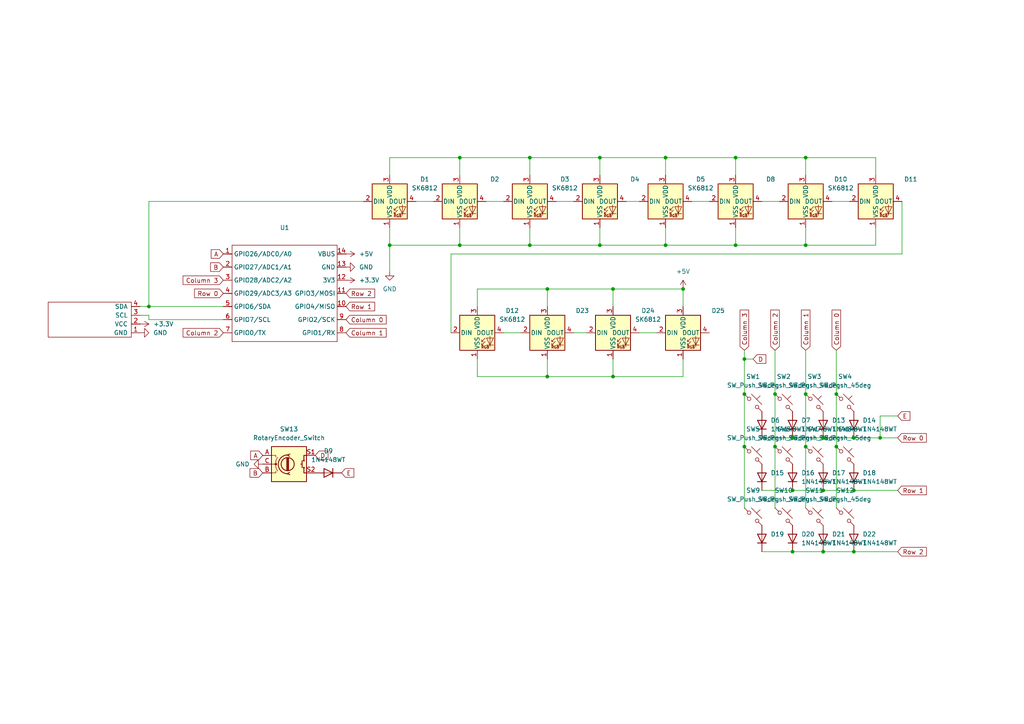
<source format=kicad_sch>
(kicad_sch (version 20250114) (generator "eeschema") (generator_version "9.0")
  (paper "A4")
  (lib_symbols
    (symbol "Device:RotaryEncoder_Switch" (pin_names (offset 0.254) (hide yes))
      (property "Reference" "SW" (at 0 6.604 0))
      (property "Value" "RotaryEncoder_Switch" (at 0 -6.604 0))
      (symbol "RotaryEncoder_Switch_0_1"
        (rectangle (start -5.08 5.08) (end 5.08 -5.08) (stroke (width 0.254)) (fill (type background)))
        (polyline (pts (xy -5.08 2.54) (xy -3.81 2.54) (xy -3.81 2.032)))
        (polyline (pts (xy -5.08 0) (xy -3.81 0) (xy -3.81 -1.016) (xy -3.302 -2.032)))
        (polyline (pts (xy -5.08 -2.54) (xy -3.81 -2.54) (xy -3.81 -2.032)))
        (polyline (pts (xy -4.318 0) (xy -3.81 0) (xy -3.81 1.016) (xy -3.302 2.032)))
        (circle (center -3.81 0) (radius 0.254) (fill (type outline)))
        (polyline (pts (xy -0.635 -1.778) (xy -0.635 1.778)) (stroke (width 0.254)))
        (circle (center -0.381 0) (radius 1.905) (stroke (width 0.254)))
        (polyline (pts (xy -0.381 -1.778) (xy -0.381 1.778)) (stroke (width 0.254)))
        (arc (start -0.381 -2.794) (mid -3.0988 -0.0635) (end -0.381 2.667) (stroke (width 0.254)))
        (polyline (pts (xy -0.127 1.778) (xy -0.127 -1.778)) (stroke (width 0.254)))
        (polyline (pts (xy 0.254 2.921) (xy -0.508 2.667) (xy 0.127 2.286)) (stroke (width 0.254)))
        (polyline (pts (xy 0.254 -3.048) (xy -0.508 -2.794) (xy 0.127 -2.413)) (stroke (width 0.254)))
        (polyline (pts (xy 3.81 1.016) (xy 3.81 -1.016)) (stroke (width 0.254)))
        (polyline (pts (xy 3.81 0) (xy 3.429 0)) (stroke (width 0.254)))
        (circle (center 4.318 1.016) (radius 0.127) (stroke (width 0.254)))
        (circle (center 4.318 -1.016) (radius 0.127) (stroke (width 0.254)))
        (polyline (pts (xy 5.08 2.54) (xy 4.318 2.54) (xy 4.318 1.016)) (stroke (width 0.254)))
        (polyline (pts (xy 5.08 -2.54) (xy 4.318 -2.54) (xy 4.318 -1.016)) (stroke (width 0.254)))
      )
      (symbol "RotaryEncoder_Switch_1_1"
        (pin passive line (at -7.62 2.54 0) (length 2.54) (name "A") (number "A"))
        (pin passive line (at -7.62 0 0) (length 2.54) (name "C") (number "C"))
        (pin passive line (at -7.62 -2.54 0) (length 2.54) (name "B") (number "B"))
        (pin passive line (at 7.62 2.54 180) (length 2.54) (name "S1") (number "S1"))
        (pin passive line (at 7.62 -2.54 180) (length 2.54) (name "S2") (number "S2"))
      )
    )
    (symbol "Diode:1N4148WT" (pin_numbers (hide yes)) (pin_names (hide yes))
      (property "Reference" "D" (at 0 2.54 0))
      (property "Value" "1N4148WT" (at 0 -2.54 0))
      (symbol "1N4148WT_0_1"
        (polyline (pts (xy -1.27 1.27) (xy -1.27 -1.27)) (stroke (width 0.254)))
        (polyline (pts (xy 1.27 1.27) (xy 1.27 -1.27) (xy -1.27 0) (xy 1.27 1.27)) (stroke (width 0.254)))
        (polyline (pts (xy 1.27 0) (xy -1.27 0)))
      )
      (symbol "1N4148WT_1_1"
        (pin passive line (at -3.81 0 0) (length 2.54) (name "K") (number "1"))
        (pin passive line (at 3.81 0 180) (length 2.54) (name "A") (number "2"))
      )
    )
    (symbol "LED:SK6812" (pin_names (offset 0.254))
      (property "Reference" "D" (at 5.08 5.715 0))
      (property "Value" "SK6812" (at 1.27 -5.715 0))
      (symbol "SK6812_0_0"
        (text "RGB" (at 2.286 -4.191 0) (effects (font (size 0.762 0.762))))
      )
      (symbol "SK6812_0_1"
        (polyline (pts (xy 1.27 -2.54) (xy 1.778 -2.54)))
        (polyline (pts (xy 1.27 -3.556) (xy 1.778 -3.556)))
        (polyline (pts (xy 2.286 -1.524) (xy 1.27 -2.54) (xy 1.27 -2.032)))
        (polyline (pts (xy 2.286 -2.54) (xy 1.27 -3.556) (xy 1.27 -3.048)))
        (polyline (pts (xy 3.683 -1.016) (xy 3.683 -3.556) (xy 3.683 -4.064)))
        (polyline (pts (xy 4.699 -1.524) (xy 2.667 -1.524) (xy 3.683 -3.556) (xy 4.699 -1.524)))
        (polyline (pts (xy 4.699 -3.556) (xy 2.667 -3.556)))
        (rectangle (start 5.08 5.08) (end -5.08 -5.08) (stroke (width 0.254)) (fill (type background)))
      )
      (symbol "SK6812_1_1"
        (pin input line (at -7.62 0 0) (length 2.54) (name "DIN") (number "2"))
        (pin power_in line (at 0 7.62 270) (length 2.54) (name "VDD") (number "3"))
        (pin power_in line (at 0 -7.62 90) (length 2.54) (name "VSS") (number "1"))
        (pin output line (at 7.62 0 180) (length 2.54) (name "DOUT") (number "4"))
      )
    )
    (symbol "OPL Lib:XIAO-RP2040-DIP"
      (property "Reference" "U" (at 0 0 0))
      (property "Value" "XIAO-RP2040-DIP" (at 5.334 -1.778 0))
      (symbol "XIAO-RP2040-DIP_1_0"
        (polyline (pts (xy -1.27 -2.54) (xy 29.21 -2.54)) (stroke (width 0.1524)))
        (polyline (pts (xy -1.27 -5.08) (xy -2.54 -5.08)) (stroke (width 0.1524)))
        (polyline (pts (xy -1.27 -5.08) (xy -1.27 -2.54)) (stroke (width 0.1524)))
        (polyline (pts (xy -1.27 -8.89) (xy -2.54 -8.89)) (stroke (width 0.1524)))
        (polyline (pts (xy -1.27 -8.89) (xy -1.27 -5.08)) (stroke (width 0.1524)))
        (polyline (pts (xy -1.27 -12.7) (xy -2.54 -12.7)) (stroke (width 0.1524)))
        (polyline (pts (xy -1.27 -12.7) (xy -1.27 -8.89)) (stroke (width 0.1524)))
        (polyline (pts (xy -1.27 -16.51) (xy -2.54 -16.51)) (stroke (width 0.1524)))
        (polyline (pts (xy -1.27 -16.51) (xy -1.27 -12.7)) (stroke (width 0.1524)))
        (polyline (pts (xy -1.27 -20.32) (xy -2.54 -20.32)) (stroke (width 0.1524)))
        (polyline (pts (xy -1.27 -24.13) (xy -2.54 -24.13)) (stroke (width 0.1524)))
        (polyline (pts (xy -1.27 -27.94) (xy -2.54 -27.94)) (stroke (width 0.1524)))
        (polyline (pts (xy -1.27 -30.48) (xy -1.27 -16.51)) (stroke (width 0.1524)))
        (polyline (pts (xy 29.21 -2.54) (xy 29.21 -5.08)) (stroke (width 0.1524)))
        (polyline (pts (xy 29.21 -5.08) (xy 29.21 -8.89)) (stroke (width 0.1524)))
        (polyline (pts (xy 29.21 -8.89) (xy 29.21 -12.7)) (stroke (width 0.1524)))
        (polyline (pts (xy 29.21 -12.7) (xy 29.21 -30.48)) (stroke (width 0.1524)))
        (polyline (pts (xy 29.21 -30.48) (xy -1.27 -30.48)) (stroke (width 0.1524)))
        (polyline (pts (xy 30.48 -5.08) (xy 29.21 -5.08)) (stroke (width 0.1524)))
        (polyline (pts (xy 30.48 -8.89) (xy 29.21 -8.89)) (stroke (width 0.1524)))
        (polyline (pts (xy 30.48 -12.7) (xy 29.21 -12.7)) (stroke (width 0.1524)))
        (polyline (pts (xy 30.48 -16.51) (xy 29.21 -16.51)) (stroke (width 0.1524)))
        (polyline (pts (xy 30.48 -20.32) (xy 29.21 -20.32)) (stroke (width 0.1524)))
        (polyline (pts (xy 30.48 -24.13) (xy 29.21 -24.13)) (stroke (width 0.1524)))
        (polyline (pts (xy 30.48 -27.94) (xy 29.21 -27.94)) (stroke (width 0.1524)))
        (pin passive line (at -3.81 -5.08 0) (length 2.54) (name "GPIO26/ADC0/A0") (number "1"))
        (pin passive line (at -3.81 -8.89 0) (length 2.54) (name "GPIO27/ADC1/A1") (number "2"))
        (pin passive line (at -3.81 -12.7 0) (length 2.54) (name "GPIO28/ADC2/A2") (number "3"))
        (pin passive line (at -3.81 -16.51 0) (length 2.54) (name "GPIO29/ADC3/A3") (number "4"))
        (pin passive line (at -3.81 -20.32 0) (length 2.54) (name "GPIO6/SDA") (number "5"))
        (pin passive line (at -3.81 -24.13 0) (length 2.54) (name "GPIO7/SCL") (number "6"))
        (pin passive line (at -3.81 -27.94 0) (length 2.54) (name "GPIO0/TX") (number "7"))
        (pin passive line (at 31.75 -5.08 180) (length 2.54) (name "VBUS") (number "14"))
        (pin passive line (at 31.75 -8.89 180) (length 2.54) (name "GND") (number "13"))
        (pin passive line (at 31.75 -12.7 180) (length 2.54) (name "3V3") (number "12"))
        (pin passive line (at 31.75 -16.51 180) (length 2.54) (name "GPIO3/MOSI") (number "11"))
        (pin passive line (at 31.75 -20.32 180) (length 2.54) (name "GPIO4/MISO") (number "10"))
        (pin passive line (at 31.75 -24.13 180) (length 2.54) (name "GPIO2/SCK") (number "9"))
        (pin passive line (at 31.75 -27.94 180) (length 2.54) (name "GPIO1/RX") (number "8"))
      )
    )
    (symbol "SSD1306_1" (pin_names (offset 1.016))
      (symbol "SSD1306_1_0_1"
        (rectangle (start 39.37 12.7) (end 63.5 2.54))
      )
      (symbol "SSD1306_1_1_1"
        (pin input line (at 66.04 11.43 180) (length 2.54) (name "SDA") (number "4"))
        (pin input line (at 66.04 8.89 180) (length 2.54) (name "SCL") (number "3"))
        (pin power_in line (at 66.04 6.35 180) (length 2.54) (name "VCC") (number "2"))
        (pin power_in line (at 66.04 3.81 180) (length 2.54) (name "GND") (number "1"))
      )
    )
    (symbol "Switch:SW_Push_45deg" (pin_numbers (hide yes)) (pin_names (offset 1.016) (hide yes))
      (property "Reference" "SW" (at 3.048 1.016 0))
      (property "Value" "SW_Push_45deg" (at 0 -3.81 0))
      (symbol "SW_Push_45deg_0_1"
        (polyline (pts (xy -2.54 2.54) (xy -1.524 1.524) (xy -1.524 1.524)))
        (circle (center -1.1684 1.1684) (radius 0.508))
        (polyline (pts (xy -0.508 2.54) (xy 2.54 -0.508)))
        (polyline (pts (xy 1.016 1.016) (xy 2.032 2.032)))
        (circle (center 1.143 -1.1938) (radius 0.508))
        (polyline (pts (xy 1.524 -1.524) (xy 2.54 -2.54) (xy 2.54 -2.54) (xy 2.54 -2.54)))
        (pin passive line (at -2.54 2.54 0) (length 0) (name "1") (number "1"))
        (pin passive line (at 2.54 -2.54 180) (length 0) (name "2") (number "2"))
      )
    )
    (symbol "power:+3.3V" (power) (pin_numbers (hide yes)) (pin_names (offset 0) (hide yes))
      (property "Value" "+3.3V" (at 0 3.556 0))
      (symbol "+3.3V_0_1"
        (polyline (pts (xy -0.762 1.27) (xy 0 2.54)))
        (polyline (pts (xy 0 2.54) (xy 0.762 1.27)))
        (polyline (pts (xy 0 0) (xy 0 2.54)))
      )
      (symbol "+3.3V_1_1"
        (pin power_in line (at 0 0 90) (length 0) (name "~") (number "1"))
      )
    )
    (symbol "power:+5V" (power) (pin_numbers (hide yes)) (pin_names (offset 0) (hide yes))
      (property "Value" "+5V" (at 0 3.556 0))
      (symbol "+5V_0_1"
        (polyline (pts (xy -0.762 1.27) (xy 0 2.54)))
        (polyline (pts (xy 0 2.54) (xy 0.762 1.27)))
        (polyline (pts (xy 0 0) (xy 0 2.54)))
      )
      (symbol "+5V_1_1"
        (pin power_in line (at 0 0 90) (length 0) (name "~") (number "1"))
      )
    )
    (symbol "power:GND" (power) (pin_numbers (hide yes)) (pin_names (offset 0) (hide yes))
      (property "Value" "GND" (at 0 -3.81 0))
      (symbol "GND_0_1"
        (polyline (pts (xy 0 0) (xy 0 -1.27) (xy 1.27 -1.27) (xy 0 -2.54) (xy -1.27 -1.27) (xy 0 -1.27)))
      )
      (symbol "GND_1_1"
        (pin power_in line (at 0 0 270) (length 0) (name "~") (number "1"))
      )
    )
  )
  (junction (at 233.68 129.54))
  (junction (at 247.65 160.02))
  (junction (at 177.8 109.22))
  (junction (at 229.87 127))
  (junction (at 158.75 109.22))
  (junction (at 247.65 127))
  (junction (at 238.76 160.02))
  (junction (at 224.79 114.3))
  (junction (at 213.36 45.72))
  (junction (at 177.8 83.82))
  (junction (at 233.68 114.3))
  (junction (at 158.75 83.82))
  (junction (at 242.57 114.3))
  (junction (at 133.35 45.72))
  (junction (at 198.12 83.82))
  (junction (at 229.87 142.24))
  (junction (at 238.76 127))
  (junction (at 255.27 127))
  (junction (at 173.99 71.12))
  (junction (at 242.57 129.54))
  (junction (at 113.03 71.12))
  (junction (at 153.67 71.12))
  (junction (at 193.04 45.72))
  (junction (at 215.9 129.54))
  (junction (at 233.68 45.72))
  (junction (at 215.9 104.14))
  (junction (at 247.65 142.24))
  (junction (at 43.18 88.9))
  (junction (at 229.87 160.02))
  (junction (at 193.04 71.12))
  (junction (at 213.36 71.12))
  (junction (at 173.99 45.72))
  (junction (at 153.67 45.72))
  (junction (at 133.35 71.12))
  (junction (at 238.76 142.24))
  (junction (at 215.9 114.3))
  (junction (at 224.79 129.54))
  (junction (at 233.68 71.12))
  (wire (pts (xy 220.98 160.02) (xy 229.87 160.02)))
  (wire (pts (xy 173.99 71.12) (xy 193.04 71.12)))
  (wire (pts (xy 138.43 109.22) (xy 158.75 109.22)))
  (wire (pts (xy 198.12 109.22) (xy 177.8 109.22)))
  (wire (pts (xy 241.3 58.42) (xy 246.38 58.42)))
  (wire (pts (xy 193.04 50.8) (xy 193.04 45.72)))
  (wire (pts (xy 215.9 114.3) (xy 215.9 129.54)))
  (wire (pts (xy 238.76 127) (xy 247.65 127)))
  (wire (pts (xy 43.18 88.9) (xy 64.77 88.9)))
  (wire (pts (xy 193.04 45.72) (xy 213.36 45.72)))
  (wire (pts (xy 238.76 142.24) (xy 247.65 142.24)))
  (wire (pts (xy 254 45.72) (xy 233.68 45.72)))
  (wire (pts (xy 193.04 71.12) (xy 193.04 66.04)))
  (wire (pts (xy 158.75 88.9) (xy 158.75 83.82)))
  (wire (pts (xy 233.68 45.72) (xy 213.36 45.72)))
  (wire (pts (xy 233.68 45.72) (xy 233.68 50.8)))
  (wire (pts (xy 177.8 109.22) (xy 177.8 104.14)))
  (wire (pts (xy 161.29 58.42) (xy 166.37 58.42)))
  (wire (pts (xy 138.43 83.82) (xy 138.43 88.9)))
  (wire (pts (xy 200.66 58.42) (xy 205.74 58.42)))
  (wire (pts (xy 255.27 120.65) (xy 255.27 127)))
  (wire (pts (xy 40.64 91.44) (xy 43.18 91.44)))
  (wire (pts (xy 177.8 83.82) (xy 198.12 83.82)))
  (wire (pts (xy 255.27 127) (xy 260.35 127)))
  (wire (pts (xy 247.65 142.24) (xy 260.35 142.24)))
  (wire (pts (xy 220.98 58.42) (xy 226.06 58.42)))
  (wire (pts (xy 204.47 96.52) (xy 205.74 96.52)))
  (wire (pts (xy 229.87 142.24) (xy 238.76 142.24)))
  (wire (pts (xy 185.42 96.52) (xy 190.5 96.52)))
  (wire (pts (xy 158.75 83.82) (xy 138.43 83.82)))
  (wire (pts (xy 242.57 129.54) (xy 242.57 147.32)))
  (wire (pts (xy 261.62 73.66) (xy 130.81 73.66)))
  (wire (pts (xy 224.79 101.6) (xy 224.79 114.3)))
  (wire (pts (xy 120.65 58.42) (xy 125.73 58.42)))
  (wire (pts (xy 105.41 58.42) (xy 43.18 58.42)))
  (wire (pts (xy 233.68 114.3) (xy 233.68 129.54)))
  (wire (pts (xy 153.67 45.72) (xy 153.67 50.8)))
  (wire (pts (xy 242.57 114.3) (xy 242.57 129.54)))
  (wire (pts (xy 254 66.04) (xy 254 71.12)))
  (wire (pts (xy 173.99 66.04) (xy 173.99 71.12)))
  (wire (pts (xy 220.98 142.24) (xy 229.87 142.24)))
  (wire (pts (xy 233.68 129.54) (xy 233.68 147.32)))
  (wire (pts (xy 215.9 101.6) (xy 215.9 104.14)))
  (wire (pts (xy 213.36 45.72) (xy 213.36 50.8)))
  (wire (pts (xy 181.61 58.42) (xy 185.42 58.42)))
  (wire (pts (xy 158.75 109.22) (xy 177.8 109.22)))
  (wire (pts (xy 140.97 58.42) (xy 146.05 58.42)))
  (wire (pts (xy 158.75 104.14) (xy 158.75 109.22)))
  (wire (pts (xy 177.8 88.9) (xy 177.8 83.82)))
  (wire (pts (xy 229.87 127) (xy 238.76 127)))
  (wire (pts (xy 224.79 129.54) (xy 224.79 147.32)))
  (wire (pts (xy 173.99 45.72) (xy 193.04 45.72)))
  (wire (pts (xy 133.35 71.12) (xy 133.35 66.04)))
  (wire (pts (xy 224.79 114.3) (xy 224.79 129.54)))
  (wire (pts (xy 233.68 66.04) (xy 233.68 71.12)))
  (wire (pts (xy 213.36 71.12) (xy 233.68 71.12)))
  (wire (pts (xy 166.37 96.52) (xy 170.18 96.52)))
  (wire (pts (xy 133.35 45.72) (xy 133.35 50.8)))
  (wire (pts (xy 40.64 88.9) (xy 43.18 88.9)))
  (wire (pts (xy 43.18 91.44) (xy 43.18 92.71)))
  (wire (pts (xy 133.35 71.12) (xy 113.03 71.12)))
  (wire (pts (xy 213.36 71.12) (xy 213.36 66.04)))
  (wire (pts (xy 146.05 96.52) (xy 151.13 96.52)))
  (wire (pts (xy 247.65 127) (xy 255.27 127)))
  (wire (pts (xy 233.68 101.6) (xy 233.68 114.3)))
  (wire (pts (xy 113.03 50.8) (xy 113.03 45.72)))
  (wire (pts (xy 158.75 83.82) (xy 177.8 83.82)))
  (wire (pts (xy 229.87 160.02) (xy 238.76 160.02)))
  (wire (pts (xy 233.68 71.12) (xy 254 71.12)))
  (wire (pts (xy 153.67 71.12) (xy 173.99 71.12)))
  (wire (pts (xy 215.9 104.14) (xy 215.9 114.3)))
  (wire (pts (xy 113.03 45.72) (xy 133.35 45.72)))
  (wire (pts (xy 238.76 160.02) (xy 247.65 160.02)))
  (wire (pts (xy 153.67 66.04) (xy 153.67 71.12)))
  (wire (pts (xy 242.57 101.6) (xy 242.57 114.3)))
  (wire (pts (xy 138.43 104.14) (xy 138.43 109.22)))
  (wire (pts (xy 220.98 127) (xy 229.87 127)))
  (wire (pts (xy 153.67 45.72) (xy 133.35 45.72)))
  (wire (pts (xy 43.18 58.42) (xy 43.18 88.9)))
  (wire (pts (xy 247.65 160.02) (xy 260.35 160.02)))
  (wire (pts (xy 215.9 129.54) (xy 215.9 147.32)))
  (wire (pts (xy 43.18 92.71) (xy 64.77 92.71)))
  (wire (pts (xy 133.35 71.12) (xy 153.67 71.12)))
  (wire (pts (xy 213.36 71.12) (xy 193.04 71.12)))
  (wire (pts (xy 198.12 109.22) (xy 198.12 104.14)))
  (wire (pts (xy 198.12 83.82) (xy 198.12 88.9)))
  (wire (pts (xy 254 50.8) (xy 254 45.72)))
  (wire (pts (xy 215.9 104.14) (xy 218.44 104.14)))
  (wire (pts (xy 260.35 120.65) (xy 255.27 120.65)))
  (wire (pts (xy 173.99 45.72) (xy 153.67 45.72)))
  (wire (pts (xy 113.03 71.12) (xy 113.03 66.04)))
  (wire (pts (xy 173.99 50.8) (xy 173.99 45.72)))
  (wire (pts (xy 113.03 78.74) (xy 113.03 71.12)))
  (wire (pts (xy 130.81 73.66) (xy 130.81 96.52)))
  (wire (pts (xy 261.62 58.42) (xy 261.62 73.66)))
  (global_label "B" (shape input) (at 64.77 77.47 180) (property "Intersheetrefs" "${INTERSHEET_REFS}" (effects (hide yes))))
  (global_label "D" (shape input) (at 91.44 132.08 0) (property "Intersheetrefs" "${INTERSHEET_REFS}" (effects (hide yes))))
  (global_label "A" (shape input) (at 76.2 132.08 180) (property "Intersheetrefs" "${INTERSHEET_REFS}" (effects (hide yes))))
  (global_label "Row 1" (shape input) (at 260.35 142.24 0) (property "Intersheetrefs" "${INTERSHEET_REFS}" (effects (hide yes))))
  (global_label "Column 1" (shape input) (at 100.33 96.52 0) (property "Intersheetrefs" "${INTERSHEET_REFS}" (effects (hide yes))))
  (global_label "A" (shape input) (at 64.77 73.66 180) (property "Intersheetrefs" "${INTERSHEET_REFS}" (effects (hide yes))))
  (global_label "Row 2" (shape input) (at 100.33 85.09 0) (property "Intersheetrefs" "${INTERSHEET_REFS}" (effects (hide yes))))
  (global_label "Row 0" (shape input) (at 64.77 85.09 180) (property "Intersheetrefs" "${INTERSHEET_REFS}" (effects (hide yes))))
  (global_label "E" (shape input) (at 260.35 120.65 0) (property "Intersheetrefs" "${INTERSHEET_REFS}" (effects (hide yes))))
  (global_label "Column 2" (shape input) (at 224.79 101.6 90) (property "Intersheetrefs" "${INTERSHEET_REFS}" (effects (hide yes))))
  (global_label "D" (shape input) (at 218.44 104.14 0) (property "Intersheetrefs" "${INTERSHEET_REFS}" (effects (hide yes))))
  (global_label "Column 0" (shape input) (at 242.57 101.6 90) (property "Intersheetrefs" "${INTERSHEET_REFS}" (effects (hide yes))))
  (global_label "B" (shape input) (at 76.2 137.16 180) (property "Intersheetrefs" "${INTERSHEET_REFS}" (effects (hide yes))))
  (global_label "Column 3" (shape input) (at 64.77 81.28 180) (property "Intersheetrefs" "${INTERSHEET_REFS}" (effects (hide yes))))
  (global_label "Column 1" (shape input) (at 233.68 101.6 90) (property "Intersheetrefs" "${INTERSHEET_REFS}" (effects (hide yes))))
  (global_label "Column 2" (shape input) (at 64.77 96.52 180) (property "Intersheetrefs" "${INTERSHEET_REFS}" (effects (hide yes))))
  (global_label "Row 0" (shape input) (at 260.35 127 0) (property "Intersheetrefs" "${INTERSHEET_REFS}" (effects (hide yes))))
  (global_label "Row 2" (shape input) (at 260.35 160.02 0) (property "Intersheetrefs" "${INTERSHEET_REFS}" (effects (hide yes))))
  (global_label "Column 3" (shape input) (at 215.9 101.6 90) (property "Intersheetrefs" "${INTERSHEET_REFS}" (effects (hide yes))))
  (global_label "Column 0" (shape input) (at 100.33 92.71 0) (property "Intersheetrefs" "${INTERSHEET_REFS}" (effects (hide yes))))
  (global_label "E" (shape input) (at 99.06 137.16 0) (property "Intersheetrefs" "${INTERSHEET_REFS}" (effects (hide yes))))
  (global_label "Row 1" (shape input) (at 100.33 88.9 0) (property "Intersheetrefs" "${INTERSHEET_REFS}" (effects (hide yes))))
  (symbol (lib_name "SSD1306_1") (lib_id "Oled Symbol:SSD1306") (at -25.4 100.33 0) (unit 1)
    (property "Reference" "U2" (effects (hide yes)))
    (property "Value" "SSD1306" (effects (hide yes)))
    (property "Footprint" "OLED:SSD1306-0.91-OLED-4pin-128x32" (effects (hide yes)))
  )
  (symbol (lib_id "LED:SK6812") (at 158.75 96.52 0) (unit 1)
    (property "Reference" "D23" (at 168.91 90.0998 0))
    (property "Value" "SK6812" (effects (hide yes)))
    (property "Footprint" "LED_SMD:LEDSK6812 MODEL" (effects (hide yes)))
    (property "Datasheet" "https://cdn-shop.adafruit.com/product-files/1138/SK6812+LED+datasheet+.pdf" (effects (hide yes)))
    (property "Description" "RGB LED with integrated controller" (effects (hide yes)))
  )
  (symbol (lib_id "LED:SK6812") (at 113.03 58.42 0) (unit 1)
    (property "Reference" "D1" (at 123.19 51.9998 0))
    (property "Value" "SK6812" (at 123.19 54.5398 0))
    (property "Footprint" "LED_SMD:LEDSK6812 MODEL" (effects (hide yes)))
    (property "Datasheet" "https://cdn-shop.adafruit.com/product-files/1138/SK6812+LED+datasheet+.pdf" (effects (hide yes)))
    (property "Description" "RGB LED with integrated controller" (effects (hide yes)))
  )
  (symbol (lib_id "LED:SK6812") (at 233.68 58.42 0) (unit 1)
    (property "Reference" "D10" (at 243.84 51.9998 0))
    (property "Value" "SK6812" (at 243.84 54.5398 0))
    (property "Footprint" "LED_SMD:LEDSK6812 MODEL" (effects (hide yes)))
    (property "Datasheet" "https://cdn-shop.adafruit.com/product-files/1138/SK6812+LED+datasheet+.pdf" (effects (hide yes)))
    (property "Description" "RGB LED with integrated controller" (effects (hide yes)))
  )
  (symbol (lib_id "power:GND") (at 76.2 134.62 270) (unit 1)
    (property "Reference" "#PWR04" (effects (hide yes)))
    (property "Value" "GND" (at 72.39 134.6199 90) (effects (justify right)))
    (property "Description" "Power symbol creates a global label with name \"GND\" , ground" (effects (hide yes)))
  )
  (symbol (lib_id "Switch:SW_Push_45deg") (at 227.33 116.84 0) (unit 1)
    (property "Reference" "SW2" (at 227.33 109.22 0))
    (property "Value" "SW_Push_45deg" (at 227.33 111.76 0))
    (property "Footprint" "Button_Switch_Keyboard:MX CHERRY SWITCH" (effects (hide yes)))
    (property "Description" "Push button switch, normally open, two pins, 45° tilted" (effects (hide yes)))
  )
  (symbol (lib_id "LED:SK6812") (at 133.35 58.42 0) (unit 1)
    (property "Reference" "D2" (at 143.51 51.9998 0))
    (property "Value" "SK6812" (effects (hide yes)))
    (property "Footprint" "LED_SMD:LEDSK6812 MODEL" (effects (hide yes)))
    (property "Datasheet" "https://cdn-shop.adafruit.com/product-files/1138/SK6812+LED+datasheet+.pdf" (effects (hide yes)))
    (property "Description" "RGB LED with integrated controller" (effects (hide yes)))
  )
  (symbol (lib_id "Diode:1N4148WT") (at 247.65 138.43 90) (unit 1)
    (property "Reference" "D18" (at 250.19 137.1599 90) (effects (justify right)))
    (property "Value" "1N4148WT" (at 250.19 139.6999 90) (effects (justify right)))
    (property "Footprint" "Diode_SMD:D_SOD-123" (effects (hide yes)))
    (property "Datasheet" "https://www.diodes.com/assets/Datasheets/ds30396.pdf" (effects (hide yes)))
    (property "Description" "75V 0.15A Fast switching Diode, SOD-523" (effects (hide yes)))
    (property "Sim.Device" "D" (effects (hide yes)))
    (property "Sim.Pins" "1=K 2=A" (effects (hide yes)))
  )
  (symbol (lib_id "power:+5V") (at 198.12 83.82 0) (unit 1)
    (property "Reference" "#PWR05" (effects (hide yes)))
    (property "Value" "+5V" (at 198.12 78.74 0))
    (property "Description" "Power symbol creates a global label with name \"+5V\"" (effects (hide yes)))
  )
  (symbol (lib_id "power:GND") (at 100.33 77.47 90) (unit 1)
    (property "Reference" "#PWR01" (effects (hide yes)))
    (property "Value" "GND" (at 104.14 77.4699 90) (effects (justify right)))
    (property "Description" "Power symbol creates a global label with name \"GND\" , ground" (effects (hide yes)))
  )
  (symbol (lib_id "Diode:1N4148WT") (at 247.65 123.19 90) (unit 1)
    (property "Reference" "D14" (at 250.19 121.9199 90) (effects (justify right)))
    (property "Value" "1N4148WT" (at 250.19 124.4599 90) (effects (justify right)))
    (property "Footprint" "Diode_SMD:D_SOD-123" (effects (hide yes)))
    (property "Datasheet" "https://www.diodes.com/assets/Datasheets/ds30396.pdf" (effects (hide yes)))
    (property "Description" "75V 0.15A Fast switching Diode, SOD-523" (effects (hide yes)))
    (property "Sim.Device" "D" (effects (hide yes)))
    (property "Sim.Pins" "1=K 2=A" (effects (hide yes)))
  )
  (symbol (lib_id "LED:SK6812") (at 173.99 58.42 0) (unit 1)
    (property "Reference" "D4" (at 184.15 51.9998 0))
    (property "Value" "SK6812" (effects (hide yes)))
    (property "Footprint" "LED_SMD:LEDSK6812 MODEL" (effects (hide yes)))
    (property "Datasheet" "https://cdn-shop.adafruit.com/product-files/1138/SK6812+LED+datasheet+.pdf" (effects (hide yes)))
    (property "Description" "RGB LED with integrated controller" (effects (hide yes)))
  )
  (symbol (lib_id "Switch:SW_Push_45deg") (at 218.44 149.86 0) (unit 1)
    (property "Reference" "SW9" (at 218.44 142.24 0))
    (property "Value" "SW_Push_45deg" (at 218.44 144.78 0))
    (property "Footprint" "Button_Switch_Keyboard:MX CHERRY SWITCH" (effects (hide yes)))
    (property "Description" "Push button switch, normally open, two pins, 45° tilted" (effects (hide yes)))
  )
  (symbol (lib_id "Switch:SW_Push_45deg") (at 245.11 116.84 0) (unit 1)
    (property "Reference" "SW4" (at 245.11 109.22 0))
    (property "Value" "SW_Push_45deg" (at 245.11 111.76 0))
    (property "Footprint" "Button_Switch_Keyboard:MX CHERRY SWITCH" (effects (hide yes)))
    (property "Description" "Push button switch, normally open, two pins, 45° tilted" (effects (hide yes)))
  )
  (symbol (lib_id "Switch:SW_Push_45deg") (at 236.22 149.86 0) (unit 1)
    (property "Reference" "SW11" (at 236.22 142.24 0))
    (property "Value" "SW_Push_45deg" (at 236.22 144.78 0))
    (property "Footprint" "Button_Switch_Keyboard:MX CHERRY SWITCH" (effects (hide yes)))
    (property "Description" "Push button switch, normally open, two pins, 45° tilted" (effects (hide yes)))
  )
  (symbol (lib_id "Switch:SW_Push_45deg") (at 218.44 132.08 0) (unit 1)
    (property "Reference" "SW5" (at 218.44 124.46 0))
    (property "Value" "SW_Push_45deg" (at 218.44 127 0))
    (property "Footprint" "Button_Switch_Keyboard:MX CHERRY SWITCH" (effects (hide yes)))
    (property "Description" "Push button switch, normally open, two pins, 45° tilted" (effects (hide yes)))
  )
  (symbol (lib_id "LED:SK6812") (at 177.8 96.52 0) (unit 1)
    (property "Reference" "D24" (at 187.96 90.0998 0))
    (property "Value" "SK6812" (at 187.96 92.6398 0))
    (property "Footprint" "LED_SMD:LEDSK6812 MODEL" (effects (hide yes)))
    (property "Datasheet" "https://cdn-shop.adafruit.com/product-files/1138/SK6812+LED+datasheet+.pdf" (effects (hide yes)))
    (property "Description" "RGB LED with integrated controller" (effects (hide yes)))
  )
  (symbol (lib_id "Switch:SW_Push_45deg") (at 227.33 132.08 0) (unit 1)
    (property "Reference" "SW6" (at 227.33 124.46 0))
    (property "Value" "SW_Push_45deg" (at 227.33 127 0))
    (property "Footprint" "Button_Switch_Keyboard:MX CHERRY SWITCH" (effects (hide yes)))
    (property "Description" "Push button switch, normally open, two pins, 45° tilted" (effects (hide yes)))
  )
  (symbol (lib_id "Switch:SW_Push_45deg") (at 218.44 116.84 0) (unit 1)
    (property "Reference" "SW1" (at 218.44 109.22 0))
    (property "Value" "SW_Push_45deg" (at 218.44 111.76 0))
    (property "Footprint" "Button_Switch_Keyboard:MX CHERRY SWITCH" (effects (hide yes)))
    (property "Description" "Push button switch, normally open, two pins, 45° tilted" (effects (hide yes)))
  )
  (symbol (lib_id "Diode:1N4148WT") (at 238.76 123.19 90) (unit 1)
    (property "Reference" "D13" (at 241.3 121.9199 90) (effects (justify right)))
    (property "Value" "1N4148WT" (at 241.3 124.4599 90) (effects (justify right)))
    (property "Footprint" "Diode_SMD:D_SOD-123" (effects (hide yes)))
    (property "Datasheet" "https://www.diodes.com/assets/Datasheets/ds30396.pdf" (effects (hide yes)))
    (property "Description" "75V 0.15A Fast switching Diode, SOD-523" (effects (hide yes)))
    (property "Sim.Device" "D" (effects (hide yes)))
    (property "Sim.Pins" "1=K 2=A" (effects (hide yes)))
  )
  (symbol (lib_id "Diode:1N4148WT") (at 220.98 156.21 90) (unit 1)
    (property "Reference" "D19" (at 223.52 154.9399 90) (effects (justify right)))
    (property "Value" "1N4148WT" (effects (hide yes)))
    (property "Footprint" "Diode_SMD:D_SOD-123" (effects (hide yes)))
    (property "Datasheet" "https://www.diodes.com/assets/Datasheets/ds30396.pdf" (effects (hide yes)))
    (property "Description" "75V 0.15A Fast switching Diode, SOD-523" (effects (hide yes)))
    (property "Sim.Device" "D" (effects (hide yes)))
    (property "Sim.Pins" "1=K 2=A" (effects (hide yes)))
  )
  (symbol (lib_id "Switch:SW_Push_45deg") (at 236.22 132.08 0) (unit 1)
    (property "Reference" "SW7" (at 236.22 124.46 0))
    (property "Value" "SW_Push_45deg" (at 236.22 127 0))
    (property "Footprint" "Button_Switch_Keyboard:MX CHERRY SWITCH" (effects (hide yes)))
    (property "Description" "Push button switch, normally open, two pins, 45° tilted" (effects (hide yes)))
  )
  (symbol (lib_id "LED:SK6812") (at 213.36 58.42 0) (unit 1)
    (property "Reference" "D8" (at 223.52 51.9998 0))
    (property "Value" "SK6812" (effects (hide yes)))
    (property "Footprint" "LED_SMD:LEDSK6812 MODEL" (effects (hide yes)))
    (property "Datasheet" "https://cdn-shop.adafruit.com/product-files/1138/SK6812+LED+datasheet+.pdf" (effects (hide yes)))
    (property "Description" "RGB LED with integrated controller" (effects (hide yes)))
  )
  (symbol (lib_id "Diode:1N4148WT") (at 229.87 123.19 90) (unit 1)
    (property "Reference" "D7" (at 232.41 121.9199 90) (effects (justify right)))
    (property "Value" "1N4148WT" (at 232.41 124.4599 90) (effects (justify right)))
    (property "Footprint" "Diode_SMD:D_SOD-123" (effects (hide yes)))
    (property "Datasheet" "https://www.diodes.com/assets/Datasheets/ds30396.pdf" (effects (hide yes)))
    (property "Description" "75V 0.15A Fast switching Diode, SOD-523" (effects (hide yes)))
    (property "Sim.Device" "D" (effects (hide yes)))
    (property "Sim.Pins" "1=K 2=A" (effects (hide yes)))
  )
  (symbol (lib_id "power:GND") (at 113.03 78.74 0) (unit 1)
    (property "Reference" "#PWR03" (effects (hide yes)))
    (property "Value" "GND" (at 113.03 83.82 0))
    (property "Description" "Power symbol creates a global label with name \"GND\" , ground" (effects (hide yes)))
  )
  (symbol (lib_id "LED:SK6812") (at 193.04 58.42 0) (unit 1)
    (property "Reference" "D5" (at 203.2 51.9998 0))
    (property "Value" "SK6812" (at 203.2 54.5398 0))
    (property "Footprint" "LED_SMD:LEDSK6812 MODEL" (effects (hide yes)))
    (property "Datasheet" "https://cdn-shop.adafruit.com/product-files/1138/SK6812+LED+datasheet+.pdf" (effects (hide yes)))
    (property "Description" "RGB LED with integrated controller" (effects (hide yes)))
  )
  (symbol (lib_id "power:+5V") (at 100.33 73.66 270) (unit 1)
    (property "Reference" "#PWR02" (effects (hide yes)))
    (property "Value" "+5V" (at 104.14 73.6599 90) (effects (justify left)))
    (property "Description" "Power symbol creates a global label with name \"+5V\"" (effects (hide yes)))
  )
  (symbol (lib_id "LED:SK6812") (at 138.43 96.52 0) (unit 1)
    (property "Reference" "D12" (at 148.59 90.0998 0))
    (property "Value" "SK6812" (at 148.59 92.6398 0))
    (property "Footprint" "LED_SMD:LEDSK6812 MODEL" (effects (hide yes)))
    (property "Datasheet" "https://cdn-shop.adafruit.com/product-files/1138/SK6812+LED+datasheet+.pdf" (effects (hide yes)))
    (property "Description" "RGB LED with integrated controller" (effects (hide yes)))
  )
  (symbol (lib_id "Diode:1N4148WT") (at 220.98 138.43 90) (unit 1)
    (property "Reference" "D15" (at 223.52 137.1599 90) (effects (justify right)))
    (property "Value" "1N4148WT" (effects (hide yes)))
    (property "Footprint" "Diode_SMD:D_SOD-123" (effects (hide yes)))
    (property "Datasheet" "https://www.diodes.com/assets/Datasheets/ds30396.pdf" (effects (hide yes)))
    (property "Description" "75V 0.15A Fast switching Diode, SOD-523" (effects (hide yes)))
    (property "Sim.Device" "D" (effects (hide yes)))
    (property "Sim.Pins" "1=K 2=A" (effects (hide yes)))
  )
  (symbol (lib_id "Diode:1N4148WT") (at 95.25 137.16 180) (unit 1)
    (property "Reference" "D9" (at 95.25 130.81 0))
    (property "Value" "1N4148WT" (at 95.25 133.35 0))
    (property "Footprint" "Diode_SMD:D_SOD-123" (effects (hide yes)))
    (property "Datasheet" "https://www.diodes.com/assets/Datasheets/ds30396.pdf" (effects (hide yes)))
    (property "Description" "75V 0.15A Fast switching Diode, SOD-523" (effects (hide yes)))
    (property "Sim.Device" "D" (effects (hide yes)))
    (property "Sim.Pins" "1=K 2=A" (effects (hide yes)))
  )
  (symbol (lib_id "power:GND") (at 40.64 96.52 90) (unit 1)
    (property "Reference" "#PWR07" (effects (hide yes)))
    (property "Value" "GND" (at 44.45 96.5199 90) (effects (justify right)))
    (property "Description" "Power symbol creates a global label with name \"GND\" , ground" (effects (hide yes)))
  )
  (symbol (lib_id "LED:SK6812") (at 254 58.42 0) (unit 1)
    (property "Reference" "D11" (at 264.16 51.9998 0))
    (property "Value" "SK6812" (effects (hide yes)))
    (property "Footprint" "LED_SMD:LEDSK6812 MODEL" (effects (hide yes)))
    (property "Datasheet" "https://cdn-shop.adafruit.com/product-files/1138/SK6812+LED+datasheet+.pdf" (effects (hide yes)))
    (property "Description" "RGB LED with integrated controller" (effects (hide yes)))
  )
  (symbol (lib_id "Switch:SW_Push_45deg") (at 236.22 116.84 0) (unit 1)
    (property "Reference" "SW3" (at 236.22 109.22 0))
    (property "Value" "SW_Push_45deg" (at 236.22 111.76 0))
    (property "Footprint" "Button_Switch_Keyboard:MX CHERRY SWITCH" (effects (hide yes)))
    (property "Description" "Push button switch, normally open, two pins, 45° tilted" (effects (hide yes)))
  )
  (symbol (lib_id "Diode:1N4148WT") (at 247.65 156.21 90) (unit 1)
    (property "Reference" "D22" (at 250.19 154.9399 90) (effects (justify right)))
    (property "Value" "1N4148WT" (at 250.19 157.4799 90) (effects (justify right)))
    (property "Footprint" "Diode_SMD:D_SOD-123" (effects (hide yes)))
    (property "Datasheet" "https://www.diodes.com/assets/Datasheets/ds30396.pdf" (effects (hide yes)))
    (property "Description" "75V 0.15A Fast switching Diode, SOD-523" (effects (hide yes)))
    (property "Sim.Device" "D" (effects (hide yes)))
    (property "Sim.Pins" "1=K 2=A" (effects (hide yes)))
  )
  (symbol (lib_id "Diode:1N4148WT") (at 229.87 156.21 90) (unit 1)
    (property "Reference" "D20" (at 232.41 154.9399 90) (effects (justify right)))
    (property "Value" "1N4148WT" (at 232.41 157.4799 90) (effects (justify right)))
    (property "Footprint" "Diode_SMD:D_SOD-123" (effects (hide yes)))
    (property "Datasheet" "https://www.diodes.com/assets/Datasheets/ds30396.pdf" (effects (hide yes)))
    (property "Description" "75V 0.15A Fast switching Diode, SOD-523" (effects (hide yes)))
    (property "Sim.Device" "D" (effects (hide yes)))
    (property "Sim.Pins" "1=K 2=A" (effects (hide yes)))
  )
  (symbol (lib_id "power:+3.3V") (at 100.33 81.28 270) (unit 1)
    (property "Reference" "#PWR09" (effects (hide yes)))
    (property "Value" "+3.3V" (at 104.14 81.2799 90) (effects (justify left)))
    (property "Description" "Power symbol creates a global label with name \"+3.3V\"" (effects (hide yes)))
  )
  (symbol (lib_id "Device:RotaryEncoder_Switch") (at 83.82 134.62 0) (unit 1)
    (property "Reference" "SW13" (at 83.82 124.46 0))
    (property "Value" "RotaryEncoder_Switch" (at 83.82 127 0))
    (property "Footprint" "Rotary encoder:RotaryEncoder_Alps_EC11E-Switch_Vertical_H20mm" (effects (hide yes)))
    (property "Description" "Rotary encoder, dual channel, incremental quadrate outputs, with switch" (effects (hide yes)))
  )
  (symbol (lib_id "Switch:SW_Push_45deg") (at 245.11 132.08 0) (unit 1)
    (property "Reference" "SW8" (at 245.11 124.46 0))
    (property "Value" "SW_Push_45deg" (at 245.11 127 0))
    (property "Footprint" "Button_Switch_Keyboard:MX CHERRY SWITCH" (effects (hide yes)))
    (property "Description" "Push button switch, normally open, two pins, 45° tilted" (effects (hide yes)))
  )
  (symbol (lib_id "LED:SK6812") (at 153.67 58.42 0) (unit 1)
    (property "Reference" "D3" (at 163.83 51.9998 0))
    (property "Value" "SK6812" (at 163.83 54.5398 0))
    (property "Footprint" "LED_SMD:LEDSK6812 MODEL" (effects (hide yes)))
    (property "Datasheet" "https://cdn-shop.adafruit.com/product-files/1138/SK6812+LED+datasheet+.pdf" (effects (hide yes)))
    (property "Description" "RGB LED with integrated controller" (effects (hide yes)))
  )
  (symbol (lib_id "Diode:1N4148WT") (at 229.87 138.43 90) (unit 1)
    (property "Reference" "D16" (at 232.41 137.1599 90) (effects (justify right)))
    (property "Value" "1N4148WT" (at 232.41 139.6999 90) (effects (justify right)))
    (property "Footprint" "Diode_SMD:D_SOD-123" (effects (hide yes)))
    (property "Datasheet" "https://www.diodes.com/assets/Datasheets/ds30396.pdf" (effects (hide yes)))
    (property "Description" "75V 0.15A Fast switching Diode, SOD-523" (effects (hide yes)))
    (property "Sim.Device" "D" (effects (hide yes)))
    (property "Sim.Pins" "1=K 2=A" (effects (hide yes)))
  )
  (symbol (lib_id "Diode:1N4148WT") (at 220.98 123.19 90) (unit 1)
    (property "Reference" "D6" (at 223.52 121.9199 90) (effects (justify right)))
    (property "Value" "1N4148WT" (at 223.52 124.4599 90) (effects (justify right)))
    (property "Footprint" "Diode_SMD:D_SOD-123" (effects (hide yes)))
    (property "Datasheet" "https://www.diodes.com/assets/Datasheets/ds30396.pdf" (effects (hide yes)))
    (property "Description" "75V 0.15A Fast switching Diode, SOD-523" (effects (hide yes)))
    (property "Sim.Device" "D" (effects (hide yes)))
    (property "Sim.Pins" "1=K 2=A" (effects (hide yes)))
  )
  (symbol (lib_id "Diode:1N4148WT") (at 238.76 156.21 90) (unit 1)
    (property "Reference" "D21" (at 241.3 154.9399 90) (effects (justify right)))
    (property "Value" "1N4148WT" (at 241.3 157.4799 90) (effects (justify right)))
    (property "Footprint" "Diode_SMD:D_SOD-123" (effects (hide yes)))
    (property "Datasheet" "https://www.diodes.com/assets/Datasheets/ds30396.pdf" (effects (hide yes)))
    (property "Description" "75V 0.15A Fast switching Diode, SOD-523" (effects (hide yes)))
    (property "Sim.Device" "D" (effects (hide yes)))
    (property "Sim.Pins" "1=K 2=A" (effects (hide yes)))
  )
  (symbol (lib_id "Diode:1N4148WT") (at 238.76 138.43 90) (unit 1)
    (property "Reference" "D17" (at 241.3 137.1599 90) (effects (justify right)))
    (property "Value" "1N4148WT" (at 241.3 139.6999 90) (effects (justify right)))
    (property "Footprint" "Diode_SMD:D_SOD-123" (effects (hide yes)))
    (property "Datasheet" "https://www.diodes.com/assets/Datasheets/ds30396.pdf" (effects (hide yes)))
    (property "Description" "75V 0.15A Fast switching Diode, SOD-523" (effects (hide yes)))
    (property "Sim.Device" "D" (effects (hide yes)))
    (property "Sim.Pins" "1=K 2=A" (effects (hide yes)))
  )
  (symbol (lib_id "power:+3.3V") (at 40.64 93.98 270) (unit 1)
    (property "Reference" "#PWR08" (effects (hide yes)))
    (property "Value" "+3.3V" (at 44.45 93.9799 90) (effects (justify left)))
    (property "Description" "Power symbol creates a global label with name \"+3.3V\"" (effects (hide yes)))
  )
  (symbol (lib_id "Switch:SW_Push_45deg") (at 227.33 149.86 0) (unit 1)
    (property "Reference" "SW10" (at 227.33 142.24 0))
    (property "Value" "SW_Push_45deg" (at 227.33 144.78 0))
    (property "Footprint" "Button_Switch_Keyboard:MX CHERRY SWITCH" (effects (hide yes)))
    (property "Description" "Push button switch, normally open, two pins, 45° tilted" (effects (hide yes)))
  )
  (symbol (lib_id "OPL Lib:XIAO-RP2040-DIP") (at 68.58 68.58 0) (unit 1)
    (property "Reference" "U1" (at 82.55 66.04 0))
    (property "Value" "XIAO-RP2040-DIP" (effects (hide yes)))
    (property "Footprint" "OPL Lib:XIAO-RP2040-DIP" (effects (hide yes)))
  )
  (symbol (lib_id "Switch:SW_Push_45deg") (at 245.11 149.86 0) (unit 1)
    (property "Reference" "SW12" (at 245.11 142.24 0))
    (property "Value" "SW_Push_45deg" (at 245.11 144.78 0))
    (property "Footprint" "Button_Switch_Keyboard:MX CHERRY SWITCH" (effects (hide yes)))
    (property "Description" "Push button switch, normally open, two pins, 45° tilted" (effects (hide yes)))
  )
  (symbol (lib_id "LED:SK6812") (at 198.12 96.52 0) (unit 1)
    (property "Reference" "D25" (at 208.28 90.0998 0))
    (property "Value" "SK6812" (effects (hide yes)))
    (property "Footprint" "LED_SMD:LEDSK6812 MODEL" (effects (hide yes)))
    (property "Datasheet" "https://cdn-shop.adafruit.com/product-files/1138/SK6812+LED+datasheet+.pdf" (effects (hide yes)))
    (property "Description" "RGB LED with integrated controller" (effects (hide yes)))
  )
)
</source>
